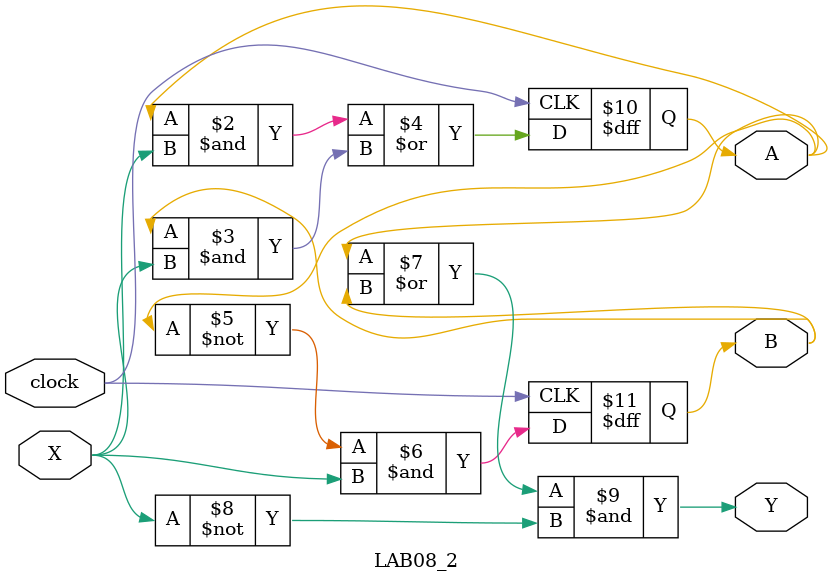
<source format=v>
module LAB08_2(X,A,B,Y,clock);
input	X;
input clock;

output A;
output B;
output Y;

reg A;
reg B;

always @(posedge clock)begin
A<=(A&X)|(B&X);
B<=~A&X;
end
assign Y=(A|B)&~X;

endmodule
</source>
